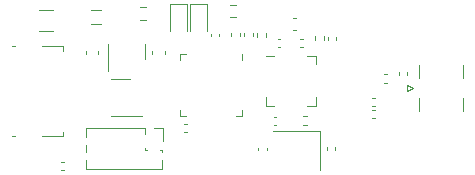
<source format=gbr>
%TF.GenerationSoftware,KiCad,Pcbnew,(6.0.1)*%
%TF.CreationDate,2023-01-10T16:42:07+03:00*%
%TF.ProjectId,STM32RF,53544d33-3252-4462-9e6b-696361645f70,0.1v*%
%TF.SameCoordinates,Original*%
%TF.FileFunction,Legend,Top*%
%TF.FilePolarity,Positive*%
%FSLAX46Y46*%
G04 Gerber Fmt 4.6, Leading zero omitted, Abs format (unit mm)*
G04 Created by KiCad (PCBNEW (6.0.1)) date 2023-01-10 16:42:07*
%MOMM*%
%LPD*%
G01*
G04 APERTURE LIST*
%ADD10C,0.120000*%
G04 APERTURE END LIST*
D10*
%TO.C,C16*%
X64660000Y-28607836D02*
X64660000Y-28392164D01*
X63940000Y-28607836D02*
X63940000Y-28392164D01*
%TO.C,D1*%
X44565000Y-22627500D02*
X44565000Y-24912500D01*
X46035000Y-22627500D02*
X44565000Y-22627500D01*
X46035000Y-24912500D02*
X46035000Y-22627500D01*
%TO.C,C1*%
X37490000Y-26559420D02*
X37490000Y-26840580D01*
X38510000Y-26559420D02*
X38510000Y-26840580D01*
%TO.C,F1*%
X33497936Y-23090000D02*
X34702064Y-23090000D01*
X33497936Y-24910000D02*
X34702064Y-24910000D01*
%TO.C,C13*%
X58560000Y-34712164D02*
X58560000Y-34927836D01*
X57840000Y-34712164D02*
X57840000Y-34927836D01*
%TO.C,C8*%
X54959420Y-24810000D02*
X55240580Y-24810000D01*
X54959420Y-23790000D02*
X55240580Y-23790000D01*
%TO.C,J1*%
X31200000Y-26190000D02*
X31460000Y-26190000D01*
X31460000Y-33810000D02*
X31200000Y-33810000D01*
X35510000Y-33810000D02*
X33740000Y-33810000D01*
X35510000Y-26190000D02*
X35510000Y-26570000D01*
X35510000Y-33810000D02*
X35510000Y-33430000D01*
X33740000Y-26190000D02*
X35510000Y-26190000D01*
%TO.C,C15*%
X62692164Y-29260000D02*
X62907836Y-29260000D01*
X62692164Y-28540000D02*
X62907836Y-28540000D01*
%TO.C,C3*%
X35587836Y-35940000D02*
X35372164Y-35940000D01*
X35587836Y-36660000D02*
X35372164Y-36660000D01*
%TO.C,U2*%
X40400000Y-28940000D02*
X41200000Y-28940000D01*
X40400000Y-32060000D02*
X42200000Y-32060000D01*
X40400000Y-32060000D02*
X39600000Y-32060000D01*
X40400000Y-28940000D02*
X39600000Y-28940000D01*
%TO.C,C5*%
X50460000Y-25307836D02*
X50460000Y-25092164D01*
X49740000Y-25307836D02*
X49740000Y-25092164D01*
%TO.C,C17*%
X61692164Y-31540000D02*
X61907836Y-31540000D01*
X61692164Y-32260000D02*
X61907836Y-32260000D01*
%TO.C,R1*%
X51920000Y-25353641D02*
X51920000Y-25046359D01*
X52680000Y-25353641D02*
X52680000Y-25046359D01*
%TO.C,C14*%
X52040000Y-34987836D02*
X52040000Y-34772164D01*
X52760000Y-34987836D02*
X52760000Y-34772164D01*
%TO.C,Y1*%
X57300000Y-33350000D02*
X53300000Y-33350000D01*
X57300000Y-36650000D02*
X57300000Y-33350000D01*
%TO.C,C18*%
X61692164Y-30540000D02*
X61907836Y-30540000D01*
X61692164Y-31260000D02*
X61907836Y-31260000D01*
%TO.C,J3*%
X42440000Y-33070000D02*
X37425000Y-33070000D01*
X43895000Y-34960000D02*
X43895000Y-35162470D01*
X42440000Y-34763471D02*
X42440000Y-34906529D01*
X42493471Y-34960000D02*
X42636529Y-34960000D01*
X37425000Y-33070000D02*
X37425000Y-33892470D01*
X43895000Y-35777530D02*
X43895000Y-36600000D01*
X42440000Y-33070000D02*
X42440000Y-33636529D01*
X43895000Y-36600000D02*
X37425000Y-36600000D01*
X37425000Y-34507530D02*
X37425000Y-35162470D01*
X43960000Y-33070000D02*
X43960000Y-34200000D01*
X37425000Y-35777530D02*
X37425000Y-36600000D01*
X43200000Y-33070000D02*
X43960000Y-33070000D01*
X43763471Y-34960000D02*
X43895000Y-34960000D01*
%TO.C,U1*%
X39340000Y-26600000D02*
X39340000Y-25950000D01*
X39340000Y-26600000D02*
X39340000Y-28275000D01*
X42460000Y-26600000D02*
X42460000Y-27250000D01*
X42460000Y-26600000D02*
X42460000Y-25950000D01*
%TO.C,R2*%
X42537258Y-23922500D02*
X42062742Y-23922500D01*
X42537258Y-22877500D02*
X42062742Y-22877500D01*
%TO.C,D2*%
X46265000Y-22627500D02*
X46265000Y-24912500D01*
X47735000Y-22627500D02*
X46265000Y-22627500D01*
X47735000Y-24912500D02*
X47735000Y-22627500D01*
%TO.C,C4*%
X50840000Y-25307836D02*
X50840000Y-25092164D01*
X51560000Y-25307836D02*
X51560000Y-25092164D01*
%TO.C,R3*%
X49662742Y-23722500D02*
X50137258Y-23722500D01*
X49662742Y-22677500D02*
X50137258Y-22677500D01*
%TO.C,C7*%
X48040000Y-25327836D02*
X48040000Y-25112164D01*
X48760000Y-25327836D02*
X48760000Y-25112164D01*
%TO.C,U4*%
X53415000Y-31210000D02*
X52690000Y-31210000D01*
X52690000Y-31210000D02*
X52690000Y-30485000D01*
X56910000Y-31210000D02*
X56910000Y-30485000D01*
X53415000Y-26990000D02*
X52690000Y-26990000D01*
X56185000Y-26990000D02*
X56910000Y-26990000D01*
X56185000Y-31210000D02*
X56910000Y-31210000D01*
X56910000Y-26990000D02*
X56910000Y-27715000D01*
%TO.C,C11*%
X55592164Y-25540000D02*
X55807836Y-25540000D01*
X55592164Y-26260000D02*
X55807836Y-26260000D01*
%TO.C,C10*%
X57940000Y-25607836D02*
X57940000Y-25392164D01*
X58660000Y-25607836D02*
X58660000Y-25392164D01*
%TO.C,J2*%
X65690000Y-28860000D02*
X65690000Y-27750000D01*
X69400000Y-28860000D02*
X69400000Y-27750000D01*
X64640000Y-29450000D02*
X64640000Y-29950000D01*
X65690000Y-31650000D02*
X65690000Y-30540000D01*
X65140000Y-29700000D02*
X64640000Y-29450000D01*
X69400000Y-31650000D02*
X69400000Y-30540000D01*
X64640000Y-29950000D02*
X65140000Y-29700000D01*
%TO.C,C6*%
X46007836Y-33460000D02*
X45792164Y-33460000D01*
X46007836Y-32740000D02*
X45792164Y-32740000D01*
%TO.C,C9*%
X53352164Y-32140000D02*
X53567836Y-32140000D01*
X53352164Y-32860000D02*
X53567836Y-32860000D01*
%TO.C,C12*%
X53907836Y-26260000D02*
X53692164Y-26260000D01*
X53907836Y-25540000D02*
X53692164Y-25540000D01*
%TO.C,U3*%
X45440000Y-32060000D02*
X45915000Y-32060000D01*
X50660000Y-27315000D02*
X50660000Y-26840000D01*
X45440000Y-31585000D02*
X45440000Y-32060000D01*
X45440000Y-27315000D02*
X45440000Y-26840000D01*
X50660000Y-31585000D02*
X50660000Y-32060000D01*
X50660000Y-32060000D02*
X50185000Y-32060000D01*
X45440000Y-26840000D02*
X45915000Y-26840000D01*
%TO.C,C2*%
X44110000Y-26840580D02*
X44110000Y-26559420D01*
X43090000Y-26840580D02*
X43090000Y-26559420D01*
%TO.C,FB1*%
X37900378Y-24260000D02*
X38699622Y-24260000D01*
X37900378Y-23140000D02*
X38699622Y-23140000D01*
%TO.C,R4*%
X57580000Y-25653641D02*
X57580000Y-25346359D01*
X56820000Y-25653641D02*
X56820000Y-25346359D01*
%TO.C,R5*%
X56153641Y-32880000D02*
X55846359Y-32880000D01*
X56153641Y-32120000D02*
X55846359Y-32120000D01*
%TD*%
M02*

</source>
